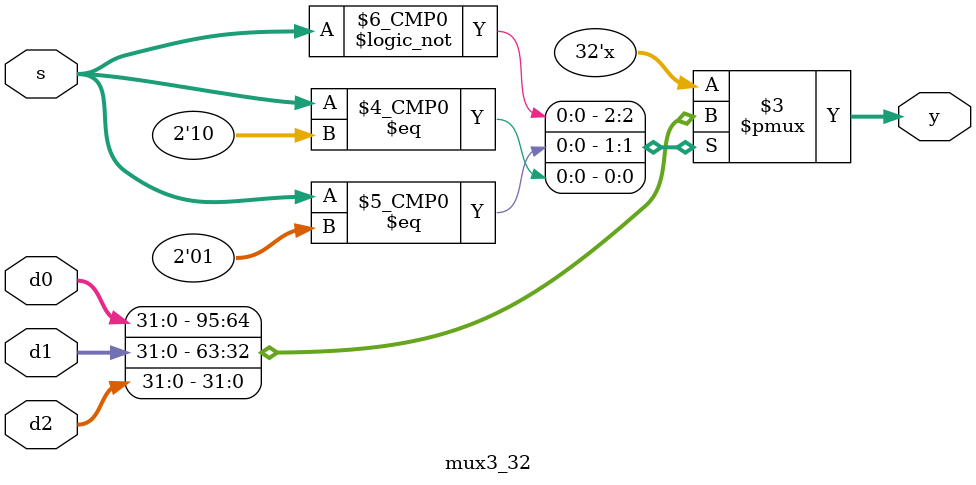
<source format=v>
module mux3_32(
input     [31:0] d0, d1, d2,
input      [1:0] s, 
output reg[31:0] y);

  always @(*) begin
    case(s)
    2'b00: #10 y = d0;
    2'b01: #10 y = d1;
    2'b10: #10 y = d2;
    default: #10 y = 32'hx;
    endcase
  end
endmodule

</source>
